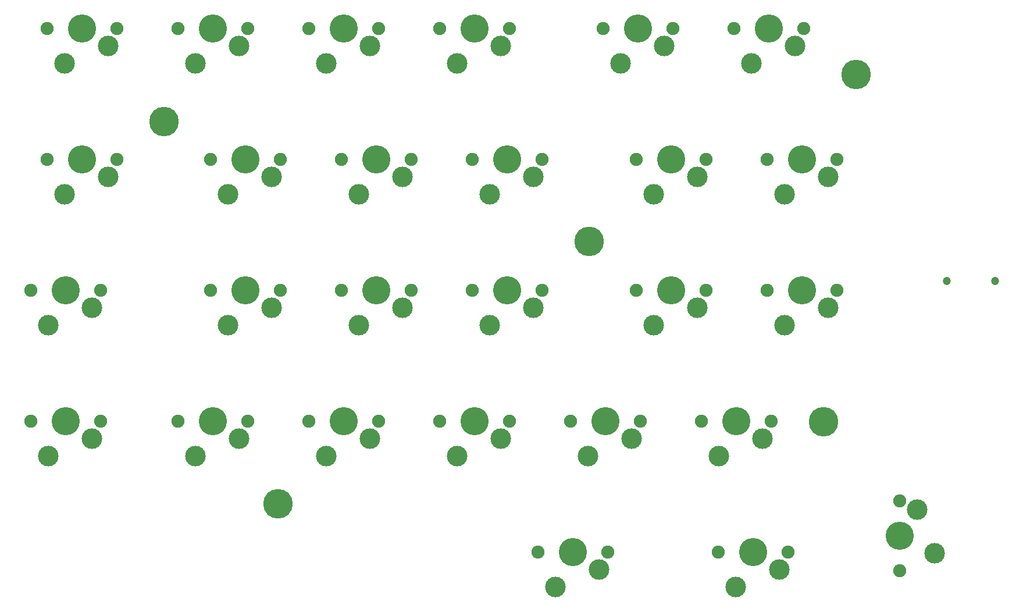
<source format=gbr>
G04 #@! TF.GenerationSoftware,KiCad,Pcbnew,(5.1.9)-1*
G04 #@! TF.CreationDate,2021-01-10T01:59:46+09:00*
G04 #@! TF.ProjectId,yuiop27,7975696f-7032-4372-9e6b-696361645f70,rev?*
G04 #@! TF.SameCoordinates,Original*
G04 #@! TF.FileFunction,Soldermask,Top*
G04 #@! TF.FilePolarity,Negative*
%FSLAX46Y46*%
G04 Gerber Fmt 4.6, Leading zero omitted, Abs format (unit mm)*
G04 Created by KiCad (PCBNEW (5.1.9)-1) date 2021-01-10 01:59:46*
%MOMM*%
%LPD*%
G01*
G04 APERTURE LIST*
%ADD10C,4.300000*%
%ADD11C,4.100000*%
%ADD12C,1.900000*%
%ADD13C,3.000000*%
%ADD14C,1.200000*%
G04 APERTURE END LIST*
D10*
X100838000Y-83407250D03*
X201612500Y-76485750D03*
X162750500Y-100806250D03*
X196850000Y-127031750D03*
X117475000Y-139033250D03*
D11*
X165131750Y-127000000D03*
D12*
X160051750Y-127000000D03*
X170211750Y-127000000D03*
D13*
X168941750Y-129540000D03*
X162591750Y-132080000D03*
X172116750Y-93980000D03*
X178466750Y-91440000D03*
D12*
X179736750Y-88900000D03*
X169576750Y-88900000D03*
D11*
X174656750Y-88900000D03*
D13*
X110204250Y-113030000D03*
X116554250Y-110490000D03*
D12*
X117824250Y-107950000D03*
X107664250Y-107950000D03*
D11*
X112744250Y-107950000D03*
D13*
X148304250Y-93980000D03*
X154654250Y-91440000D03*
D12*
X155924250Y-88900000D03*
X145764250Y-88900000D03*
D11*
X150844250Y-88900000D03*
D14*
X221797750Y-106616500D03*
X214797750Y-106616500D03*
D13*
X86391750Y-74930000D03*
X92741750Y-72390000D03*
D12*
X94011750Y-69850000D03*
X83851750Y-69850000D03*
D11*
X88931750Y-69850000D03*
D13*
X105441750Y-74930000D03*
X111791750Y-72390000D03*
D12*
X113061750Y-69850000D03*
X102901750Y-69850000D03*
D11*
X107981750Y-69850000D03*
X127031750Y-69850000D03*
D12*
X121951750Y-69850000D03*
X132111750Y-69850000D03*
D13*
X130841750Y-72390000D03*
X124491750Y-74930000D03*
D11*
X146081750Y-69850000D03*
D12*
X141001750Y-69850000D03*
X151161750Y-69850000D03*
D13*
X149891750Y-72390000D03*
X143541750Y-74930000D03*
D11*
X169894250Y-69850000D03*
D12*
X164814250Y-69850000D03*
X174974250Y-69850000D03*
D13*
X173704250Y-72390000D03*
X167354250Y-74930000D03*
D11*
X188944250Y-69850000D03*
D12*
X183864250Y-69850000D03*
X194024250Y-69850000D03*
D13*
X192754250Y-72390000D03*
X186404250Y-74930000D03*
D11*
X88931750Y-88900000D03*
D12*
X83851750Y-88900000D03*
X94011750Y-88900000D03*
D13*
X92741750Y-91440000D03*
X86391750Y-93980000D03*
D11*
X112744250Y-88900000D03*
D12*
X107664250Y-88900000D03*
X117824250Y-88900000D03*
D13*
X116554250Y-91440000D03*
X110204250Y-93980000D03*
X129254250Y-93980000D03*
X135604250Y-91440000D03*
D12*
X136874250Y-88900000D03*
X126714250Y-88900000D03*
D11*
X131794250Y-88900000D03*
X193706750Y-88900000D03*
D12*
X188626750Y-88900000D03*
X198786750Y-88900000D03*
D13*
X197516750Y-91440000D03*
X191166750Y-93980000D03*
D11*
X86550500Y-107950000D03*
D12*
X81470500Y-107950000D03*
X91630500Y-107950000D03*
D13*
X90360500Y-110490000D03*
X84010500Y-113030000D03*
X129254250Y-113030000D03*
X135604250Y-110490000D03*
D12*
X136874250Y-107950000D03*
X126714250Y-107950000D03*
D11*
X131794250Y-107950000D03*
D13*
X148304250Y-113030000D03*
X154654250Y-110490000D03*
D12*
X155924250Y-107950000D03*
X145764250Y-107950000D03*
D11*
X150844250Y-107950000D03*
D13*
X172116750Y-113030000D03*
X178466750Y-110490000D03*
D12*
X179736750Y-107950000D03*
X169576750Y-107950000D03*
D11*
X174656750Y-107950000D03*
D13*
X191166750Y-113030000D03*
X197516750Y-110490000D03*
D12*
X198786750Y-107950000D03*
X188626750Y-107950000D03*
D11*
X193706750Y-107950000D03*
X86550500Y-127000000D03*
D12*
X81470500Y-127000000D03*
X91630500Y-127000000D03*
D13*
X90360500Y-129540000D03*
X84010500Y-132080000D03*
X105441750Y-132080000D03*
X111791750Y-129540000D03*
D12*
X113061750Y-127000000D03*
X102901750Y-127000000D03*
D11*
X107981750Y-127000000D03*
X127031750Y-127000000D03*
D12*
X121951750Y-127000000D03*
X132111750Y-127000000D03*
D13*
X130841750Y-129540000D03*
X124491750Y-132080000D03*
D11*
X146081750Y-127000000D03*
D12*
X141001750Y-127000000D03*
X151161750Y-127000000D03*
D13*
X149891750Y-129540000D03*
X143541750Y-132080000D03*
D11*
X184181750Y-127000000D03*
D12*
X179101750Y-127000000D03*
X189261750Y-127000000D03*
D13*
X187991750Y-129540000D03*
X181641750Y-132080000D03*
D11*
X160369250Y-146050000D03*
D12*
X155289250Y-146050000D03*
X165449250Y-146050000D03*
D13*
X164179250Y-148590000D03*
X157829250Y-151130000D03*
D11*
X186590000Y-146050000D03*
D12*
X181510000Y-146050000D03*
X191670000Y-146050000D03*
D13*
X190400000Y-148590000D03*
X184050000Y-151130000D03*
D11*
X207981550Y-143681450D03*
D12*
X207981550Y-148761450D03*
X207981550Y-138601450D03*
D13*
X210521550Y-139871450D03*
X213061550Y-146221450D03*
M02*

</source>
